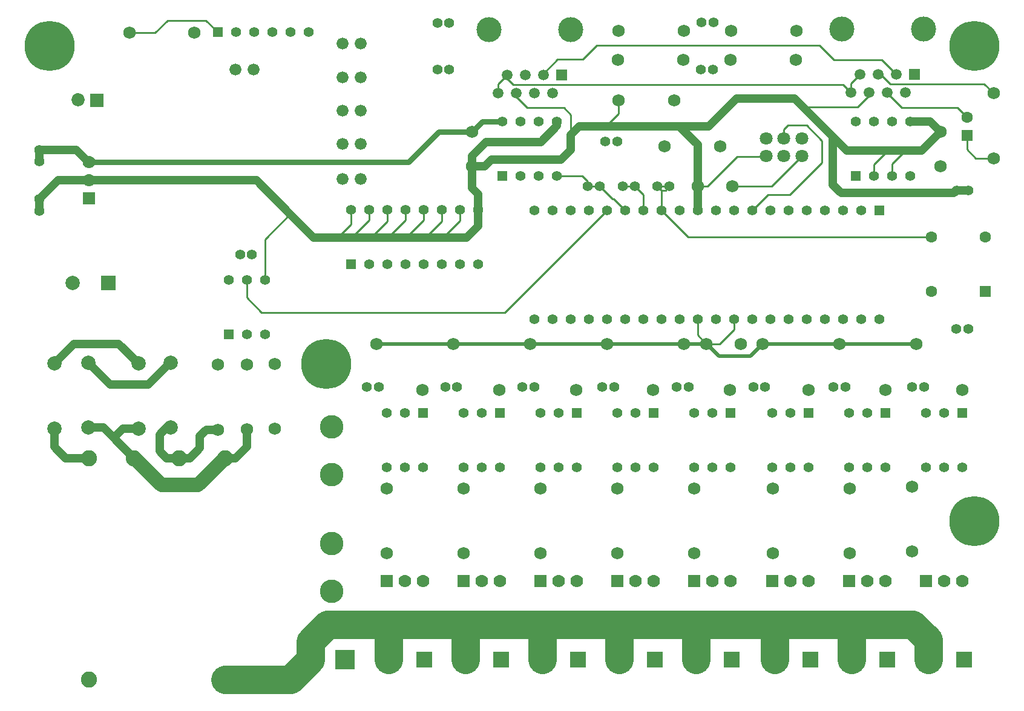
<source format=gbl>
G04 (created by PCBNEW (2013-07-07 BZR 4022)-stable) date 8/1/2015 6:26:25 AM*
%MOIN*%
G04 Gerber Fmt 3.4, Leading zero omitted, Abs format*
%FSLAX34Y34*%
G01*
G70*
G90*
G04 APERTURE LIST*
%ADD10C,0.00590551*%
%ADD11C,0.0688976*%
%ADD12C,0.07*%
%ADD13R,0.07X0.07*%
%ADD14C,0.066*%
%ADD15R,0.055X0.055*%
%ADD16C,0.055*%
%ADD17C,0.129921*%
%ADD18C,0.0885827*%
%ADD19R,0.108268X0.108268*%
%ADD20C,0.108268*%
%ADD21R,0.0885827X0.0885827*%
%ADD22R,0.0787402X0.0787402*%
%ADD23C,0.0787402*%
%ADD24R,0.0728346X0.0728346*%
%ADD25C,0.0728346*%
%ADD26C,0.275591*%
%ADD27R,0.0629921X0.0629921*%
%ADD28C,0.0629921*%
%ADD29C,0.137795*%
%ADD30R,0.0591X0.0591*%
%ADD31C,0.0591*%
%ADD32C,0.0708661*%
%ADD33C,0.01*%
%ADD34C,0.0295276*%
%ADD35C,0.019685*%
%ADD36C,0.0472441*%
%ADD37C,0.0787402*%
%ADD38C,0.15748*%
%ADD39C,0.137795*%
G04 APERTURE END LIST*
G54D10*
G54D11*
X105316Y-51182D03*
X102782Y-48648D03*
X88288Y-51182D03*
X85755Y-48648D03*
X79823Y-51182D03*
X77290Y-48648D03*
X107037Y-34803D03*
X107037Y-38385D03*
G54D12*
X75606Y-61712D03*
X74606Y-61712D03*
G54D13*
X73606Y-61712D03*
G54D12*
X79838Y-61712D03*
X78838Y-61712D03*
G54D13*
X77838Y-61712D03*
G54D12*
X84070Y-61712D03*
X83070Y-61712D03*
G54D13*
X82070Y-61712D03*
G54D12*
X88303Y-61712D03*
X87303Y-61712D03*
G54D13*
X86303Y-61712D03*
G54D12*
X92535Y-61712D03*
X91535Y-61712D03*
G54D13*
X90535Y-61712D03*
G54D12*
X96866Y-61712D03*
X95866Y-61712D03*
G54D13*
X94866Y-61712D03*
G54D12*
X101098Y-61712D03*
X100098Y-61712D03*
G54D13*
X99098Y-61712D03*
G54D12*
X105330Y-61712D03*
X104330Y-61712D03*
G54D13*
X103330Y-61712D03*
G54D14*
X71173Y-32057D03*
X72173Y-32057D03*
X71173Y-39547D03*
X72173Y-39547D03*
X71173Y-37608D03*
X72173Y-37608D03*
X71173Y-35767D03*
X72173Y-35767D03*
X65287Y-33503D03*
X66287Y-33503D03*
X71173Y-33917D03*
X72173Y-33917D03*
G54D15*
X99464Y-39354D03*
G54D16*
X100464Y-39354D03*
X101464Y-39354D03*
X102464Y-39354D03*
X102464Y-36354D03*
X101464Y-36354D03*
X100464Y-36354D03*
X99464Y-36354D03*
G54D15*
X79996Y-39354D03*
G54D16*
X80996Y-39354D03*
X81996Y-39354D03*
X82996Y-39354D03*
X82996Y-36354D03*
X81996Y-36354D03*
X80996Y-36354D03*
X79996Y-36354D03*
G54D15*
X105330Y-52437D03*
G54D16*
X104330Y-52437D03*
X103330Y-52437D03*
X103330Y-55437D03*
X104330Y-55437D03*
X105330Y-55437D03*
G54D15*
X88303Y-52437D03*
G54D16*
X87303Y-52437D03*
X86303Y-52437D03*
X86303Y-55437D03*
X87303Y-55437D03*
X88303Y-55437D03*
G54D15*
X92535Y-52437D03*
G54D16*
X91535Y-52437D03*
X90535Y-52437D03*
X90535Y-55437D03*
X91535Y-55437D03*
X92535Y-55437D03*
G54D15*
X96866Y-52437D03*
G54D16*
X95866Y-52437D03*
X94866Y-52437D03*
X94866Y-55437D03*
X95866Y-55437D03*
X96866Y-55437D03*
G54D15*
X64905Y-48094D03*
G54D16*
X65905Y-48094D03*
X66905Y-48094D03*
X66905Y-45094D03*
X65905Y-45094D03*
X64905Y-45094D03*
G54D15*
X101098Y-52437D03*
G54D16*
X100098Y-52437D03*
X99098Y-52437D03*
X99098Y-55437D03*
X100098Y-55437D03*
X101098Y-55437D03*
G54D15*
X75606Y-52437D03*
G54D16*
X74606Y-52437D03*
X73606Y-52437D03*
X73606Y-55437D03*
X74606Y-55437D03*
X75606Y-55437D03*
G54D15*
X84070Y-52437D03*
G54D16*
X83070Y-52437D03*
X82070Y-52437D03*
X82070Y-55437D03*
X83070Y-55437D03*
X84070Y-55437D03*
G54D15*
X79838Y-52437D03*
G54D16*
X78838Y-52437D03*
X77838Y-52437D03*
X77838Y-55437D03*
X78838Y-55437D03*
X79838Y-55437D03*
G54D15*
X71637Y-44236D03*
G54D16*
X72637Y-44236D03*
X73637Y-44236D03*
X74637Y-44236D03*
X75637Y-44236D03*
X76637Y-44236D03*
X77637Y-44236D03*
X78637Y-44236D03*
X78637Y-41236D03*
X77637Y-41236D03*
X76637Y-41236D03*
X75637Y-41236D03*
X74637Y-41236D03*
X73637Y-41236D03*
X72637Y-41236D03*
X71637Y-41236D03*
G54D11*
X89980Y-31377D03*
X86397Y-31377D03*
X84056Y-51182D03*
X81522Y-48648D03*
X75591Y-51182D03*
X73058Y-48648D03*
X65905Y-53346D03*
X65905Y-49763D03*
X64311Y-53350D03*
X64311Y-49767D03*
X86358Y-32952D03*
X89940Y-32952D03*
X92559Y-32952D03*
X96141Y-32952D03*
X102559Y-60078D03*
X102559Y-56496D03*
X96181Y-31377D03*
X92598Y-31377D03*
X59448Y-31456D03*
X63031Y-31456D03*
X92520Y-51182D03*
X89987Y-48648D03*
X96851Y-51182D03*
X94318Y-48648D03*
X101083Y-51182D03*
X98550Y-48648D03*
X99114Y-60177D03*
X99114Y-56594D03*
X94881Y-60177D03*
X94881Y-56594D03*
X90551Y-60177D03*
X90551Y-56594D03*
X86318Y-60177D03*
X86318Y-56594D03*
X82086Y-60177D03*
X82086Y-56594D03*
X77854Y-60177D03*
X77854Y-56594D03*
X73622Y-60177D03*
X73622Y-56594D03*
X67460Y-49724D03*
X67460Y-53307D03*
G54D15*
X64311Y-31437D03*
G54D16*
X65311Y-31437D03*
X66311Y-31437D03*
X67311Y-31437D03*
X68311Y-31437D03*
X69311Y-31437D03*
G54D17*
X70570Y-62283D03*
X70570Y-59625D03*
X70570Y-55846D03*
X70570Y-53188D03*
G54D18*
X57234Y-67145D03*
X64714Y-67145D03*
X57234Y-54917D03*
X59675Y-54917D03*
X62194Y-54917D03*
X64714Y-54917D03*
G54D19*
X71322Y-66043D03*
G54D20*
X69429Y-66035D03*
G54D21*
X75688Y-66035D03*
G54D18*
X73716Y-66039D03*
G54D21*
X79921Y-66035D03*
G54D18*
X77948Y-66039D03*
G54D21*
X84153Y-66035D03*
G54D18*
X82181Y-66039D03*
G54D21*
X88385Y-66035D03*
G54D18*
X86413Y-66039D03*
G54D21*
X92618Y-66035D03*
G54D18*
X90645Y-66039D03*
G54D21*
X96948Y-66035D03*
G54D18*
X94976Y-66039D03*
G54D21*
X101181Y-66035D03*
G54D18*
X99208Y-66039D03*
G54D21*
X105413Y-66035D03*
G54D18*
X103440Y-66039D03*
G54D22*
X58287Y-45275D03*
G54D23*
X56318Y-45275D03*
G54D24*
X57649Y-35185D03*
G54D25*
X56614Y-35177D03*
G54D26*
X105984Y-58385D03*
X70275Y-49724D03*
X55039Y-32204D03*
X105984Y-32204D03*
G54D11*
X91999Y-37747D03*
X89465Y-35213D03*
X88908Y-37747D03*
X86375Y-35213D03*
G54D16*
X54488Y-37921D03*
X54488Y-38578D03*
X54488Y-41291D03*
X54488Y-40633D03*
X65539Y-43700D03*
X66196Y-43700D03*
X84692Y-39940D03*
X85350Y-39940D03*
X86622Y-39940D03*
X87279Y-39940D03*
X90952Y-30885D03*
X91610Y-30885D03*
X90933Y-33484D03*
X91590Y-33484D03*
X76405Y-30944D03*
X77062Y-30944D03*
X76405Y-33503D03*
X77062Y-33503D03*
X102547Y-51003D03*
X103204Y-51003D03*
G54D23*
X57185Y-49665D03*
X57185Y-53248D03*
X55314Y-53287D03*
X55314Y-49704D03*
X59940Y-53287D03*
X59940Y-49704D03*
X61712Y-49665D03*
X61712Y-53248D03*
G54D16*
X89185Y-39940D03*
X88527Y-39940D03*
X98216Y-51003D03*
X98874Y-51003D03*
X93807Y-51003D03*
X94464Y-51003D03*
X89594Y-51003D03*
X90251Y-51003D03*
X85500Y-51003D03*
X86157Y-51003D03*
X81090Y-51003D03*
X81748Y-51003D03*
X76838Y-51003D03*
X77496Y-51003D03*
X72527Y-51003D03*
X73185Y-51003D03*
X105641Y-47814D03*
X104984Y-47814D03*
X105661Y-40157D03*
X105003Y-40157D03*
G54D27*
X105570Y-37143D03*
G54D28*
X105570Y-36143D03*
G54D12*
X57204Y-39606D03*
X57204Y-38606D03*
G54D13*
X57204Y-40606D03*
G54D29*
X98696Y-31271D03*
X103196Y-31267D03*
G54D30*
X102694Y-33779D03*
G54D31*
X102194Y-34779D03*
X101694Y-33779D03*
X101194Y-34779D03*
X100694Y-33779D03*
X100194Y-34779D03*
X99694Y-33779D03*
X99194Y-34779D03*
G54D29*
X79248Y-31291D03*
X83748Y-31287D03*
G54D30*
X83246Y-33799D03*
G54D31*
X82746Y-34799D03*
X82246Y-33799D03*
X81746Y-34799D03*
X81246Y-33799D03*
X80746Y-34799D03*
X80246Y-33799D03*
X79746Y-34799D03*
G54D15*
X100740Y-41271D03*
G54D16*
X99740Y-41271D03*
X98740Y-41271D03*
X97740Y-41271D03*
X96740Y-41271D03*
X95740Y-41271D03*
X94740Y-41271D03*
X93740Y-41271D03*
X92740Y-41271D03*
X91740Y-41271D03*
X90740Y-41271D03*
X89740Y-41271D03*
X88740Y-41271D03*
X87740Y-41271D03*
X86740Y-41271D03*
X85740Y-41271D03*
X84740Y-41271D03*
X83740Y-41271D03*
X82740Y-41271D03*
X81740Y-41271D03*
X81740Y-47271D03*
X82740Y-47271D03*
X83740Y-47271D03*
X84740Y-47271D03*
X85740Y-47271D03*
X86740Y-47271D03*
X87740Y-47271D03*
X88740Y-47271D03*
X89740Y-47271D03*
X90740Y-47271D03*
X91740Y-47271D03*
X92740Y-47271D03*
X93740Y-47271D03*
X94740Y-47271D03*
X95740Y-47271D03*
X96740Y-47271D03*
X97740Y-47271D03*
X98740Y-47271D03*
X99740Y-47271D03*
X100740Y-47271D03*
G54D11*
X92637Y-39940D03*
X90748Y-39940D03*
X91230Y-48622D03*
X93120Y-48622D03*
X104133Y-38828D03*
X104133Y-36938D03*
X78307Y-36929D03*
X78307Y-38818D03*
G54D27*
X106594Y-45728D03*
G54D28*
X106594Y-42736D03*
X103602Y-45728D03*
X103602Y-42736D03*
G54D16*
X85647Y-37460D03*
X86305Y-37460D03*
G54D32*
X96480Y-37295D03*
X95496Y-37295D03*
X94511Y-37295D03*
X96480Y-38279D03*
X95496Y-38279D03*
X94511Y-38279D03*
G54D33*
X92637Y-39940D02*
X94818Y-39940D01*
X94818Y-39940D02*
X96480Y-38279D01*
G54D34*
X78307Y-36929D02*
X78316Y-36929D01*
X78891Y-36354D02*
X79996Y-36354D01*
X78316Y-36929D02*
X78891Y-36354D01*
X57204Y-38606D02*
X74809Y-38606D01*
X76486Y-36929D02*
X78307Y-36929D01*
X74809Y-38606D02*
X76486Y-36929D01*
G54D35*
X91230Y-48622D02*
X91240Y-48622D01*
X93655Y-49311D02*
X94318Y-48648D01*
X91929Y-49311D02*
X93655Y-49311D01*
X91240Y-48622D02*
X91929Y-49311D01*
X89987Y-48648D02*
X91203Y-48648D01*
X91203Y-48648D02*
X91230Y-48622D01*
G54D33*
X91230Y-48622D02*
X91938Y-48622D01*
X91938Y-48622D02*
X92740Y-47820D01*
X92740Y-47820D02*
X92740Y-47271D01*
X90740Y-47271D02*
X90740Y-48131D01*
X90740Y-48131D02*
X91230Y-48622D01*
X59448Y-31456D02*
X60866Y-31456D01*
X63661Y-30787D02*
X64311Y-31437D01*
X61535Y-30787D02*
X63661Y-30787D01*
X60866Y-31456D02*
X61535Y-30787D01*
G54D35*
X77290Y-48648D02*
X81522Y-48648D01*
X81522Y-48648D02*
X85755Y-48648D01*
X85755Y-48648D02*
X89987Y-48648D01*
X94318Y-48648D02*
X98550Y-48648D01*
X98550Y-48648D02*
X102782Y-48648D01*
X73058Y-48648D02*
X77290Y-48648D01*
G54D36*
X57204Y-38606D02*
X57188Y-38606D01*
X57188Y-38606D02*
X56503Y-37921D01*
X56503Y-37921D02*
X54488Y-37921D01*
X54488Y-37921D02*
X54488Y-38578D01*
G54D33*
X90748Y-39940D02*
X91279Y-39940D01*
X91279Y-39940D02*
X92913Y-38307D01*
X92913Y-38307D02*
X94468Y-38307D01*
G54D36*
X82996Y-36354D02*
X82996Y-36610D01*
X78307Y-38267D02*
X78307Y-38818D01*
X79084Y-37490D02*
X78307Y-38267D01*
X82116Y-37490D02*
X79084Y-37490D01*
X82996Y-36610D02*
X82116Y-37490D01*
X78307Y-38818D02*
X79015Y-38818D01*
X79015Y-38818D02*
X79370Y-38464D01*
X79370Y-38464D02*
X83218Y-38464D01*
X83218Y-38464D02*
X83759Y-37923D01*
X83759Y-37923D02*
X83759Y-37106D01*
X89320Y-36633D02*
X89734Y-36633D01*
X90748Y-37647D02*
X90748Y-39940D01*
X89734Y-36633D02*
X90748Y-37647D01*
X90748Y-39940D02*
X90740Y-39948D01*
X90740Y-39948D02*
X90740Y-41271D01*
X78637Y-41236D02*
X78637Y-40379D01*
X78637Y-40379D02*
X78307Y-40049D01*
X78307Y-40049D02*
X78307Y-38818D01*
X102464Y-36354D02*
X103549Y-36354D01*
X103549Y-36354D02*
X104133Y-36938D01*
X102185Y-37972D02*
X103100Y-37972D01*
X103100Y-37972D02*
X104133Y-36938D01*
G54D33*
X86375Y-35213D02*
X86375Y-35947D01*
X86375Y-35947D02*
X85688Y-36633D01*
G54D36*
X76712Y-42755D02*
X78031Y-42755D01*
X78637Y-42149D02*
X78637Y-41236D01*
X78031Y-42755D02*
X78637Y-42149D01*
X90019Y-36633D02*
X89320Y-36633D01*
X89320Y-36633D02*
X85688Y-36633D01*
X85688Y-36633D02*
X84232Y-36633D01*
X84232Y-36633D02*
X83759Y-37106D01*
X98198Y-37214D02*
X98198Y-39852D01*
X104846Y-40314D02*
X105003Y-40157D01*
X98661Y-40314D02*
X104846Y-40314D01*
X98198Y-39852D02*
X98661Y-40314D01*
G54D33*
X100194Y-34779D02*
X100194Y-34942D01*
X99566Y-35570D02*
X96555Y-35570D01*
X100194Y-34942D02*
X99566Y-35570D01*
G54D36*
X98956Y-37972D02*
X101220Y-37972D01*
X96082Y-35098D02*
X96555Y-35570D01*
X96555Y-35570D02*
X98198Y-37214D01*
X98198Y-37214D02*
X98956Y-37972D01*
X92874Y-35098D02*
X93740Y-35098D01*
X93740Y-35098D02*
X94950Y-35098D01*
X91338Y-36633D02*
X92874Y-35098D01*
X90019Y-36633D02*
X91338Y-36633D01*
X94950Y-35098D02*
X96082Y-35098D01*
G54D33*
X80746Y-34799D02*
X80746Y-34998D01*
X83759Y-35984D02*
X83759Y-37106D01*
X83385Y-35610D02*
X83759Y-35984D01*
X81358Y-35610D02*
X83385Y-35610D01*
X80746Y-34998D02*
X81358Y-35610D01*
X101464Y-39354D02*
X101464Y-38692D01*
X101464Y-38692D02*
X102185Y-37972D01*
X100464Y-39354D02*
X100464Y-38728D01*
X100464Y-38728D02*
X101220Y-37972D01*
X66905Y-45094D02*
X66905Y-42858D01*
X66905Y-42858D02*
X68297Y-41466D01*
X77637Y-41236D02*
X77637Y-41830D01*
X77637Y-41830D02*
X76712Y-42755D01*
X76637Y-41236D02*
X76637Y-41866D01*
X76637Y-41866D02*
X75748Y-42755D01*
X75637Y-41236D02*
X75637Y-41803D01*
X75637Y-41803D02*
X74685Y-42755D01*
X74637Y-41236D02*
X74637Y-41799D01*
X74637Y-41799D02*
X73681Y-42755D01*
X73637Y-41236D02*
X73637Y-41874D01*
X73637Y-41874D02*
X72755Y-42755D01*
X72637Y-41236D02*
X72637Y-41811D01*
X72637Y-41811D02*
X71692Y-42755D01*
X71637Y-41236D02*
X71637Y-42023D01*
X71637Y-42023D02*
X70905Y-42755D01*
G54D36*
X105003Y-40157D02*
X105661Y-40157D01*
X57204Y-39606D02*
X66259Y-39606D01*
X66259Y-39606D02*
X66437Y-39606D01*
X66437Y-39606D02*
X68297Y-41466D01*
X68297Y-41466D02*
X69586Y-42755D01*
X69586Y-42755D02*
X70905Y-42755D01*
X101220Y-37972D02*
X101791Y-37972D01*
X101791Y-37972D02*
X102185Y-37972D01*
X71692Y-42755D02*
X72755Y-42755D01*
X72755Y-42755D02*
X73681Y-42755D01*
X73681Y-42755D02*
X74685Y-42755D01*
X74685Y-42755D02*
X75748Y-42755D01*
X75748Y-42755D02*
X76712Y-42755D01*
X70905Y-42755D02*
X71692Y-42755D01*
X57185Y-49665D02*
X58385Y-50866D01*
X61692Y-49665D02*
X61712Y-49665D01*
X60492Y-50866D02*
X61692Y-49665D01*
X58385Y-50866D02*
X60492Y-50866D01*
X57204Y-39606D02*
X55515Y-39606D01*
X55515Y-39606D02*
X54488Y-40633D01*
X54488Y-40633D02*
X54488Y-41291D01*
X64714Y-54917D02*
X65279Y-54917D01*
X65905Y-54291D02*
X65905Y-53346D01*
X65279Y-54917D02*
X65905Y-54291D01*
X59940Y-53287D02*
X59094Y-53287D01*
X59094Y-53287D02*
X58569Y-53812D01*
X57185Y-53248D02*
X58005Y-53248D01*
X58005Y-53248D02*
X58569Y-53812D01*
X58569Y-53812D02*
X59675Y-54917D01*
G54D37*
X59675Y-54917D02*
X59730Y-54917D01*
X59730Y-54917D02*
X61210Y-56397D01*
X61210Y-56397D02*
X63234Y-56397D01*
X63234Y-56397D02*
X64714Y-54917D01*
G54D36*
X55314Y-53287D02*
X55314Y-54311D01*
X55921Y-54917D02*
X57234Y-54917D01*
X55314Y-54311D02*
X55921Y-54917D01*
X62194Y-54917D02*
X62779Y-54917D01*
X63677Y-53350D02*
X64311Y-53350D01*
X63326Y-53700D02*
X63677Y-53350D01*
X63326Y-54370D02*
X63326Y-53700D01*
X62779Y-54917D02*
X63326Y-54370D01*
X61712Y-53248D02*
X61476Y-53248D01*
X61472Y-54917D02*
X62194Y-54917D01*
X61102Y-54547D02*
X61472Y-54917D01*
X61102Y-53622D02*
X61102Y-54547D01*
X61476Y-53248D02*
X61102Y-53622D01*
G54D33*
X65905Y-45094D02*
X65905Y-46062D01*
X80122Y-46889D02*
X85740Y-41271D01*
X66732Y-46889D02*
X80122Y-46889D01*
X65905Y-46062D02*
X66732Y-46889D01*
X105570Y-37143D02*
X105570Y-37903D01*
X106053Y-38385D02*
X107037Y-38385D01*
X105570Y-37903D02*
X106053Y-38385D01*
G54D38*
X64714Y-67145D02*
X68318Y-67145D01*
X68318Y-67145D02*
X69429Y-66035D01*
X69429Y-66035D02*
X69429Y-65019D01*
X69429Y-65019D02*
X70364Y-64084D01*
X70364Y-64084D02*
X73716Y-64084D01*
X103440Y-66039D02*
X103440Y-64937D01*
X102588Y-64084D02*
X101643Y-64084D01*
X103440Y-64937D02*
X102588Y-64084D01*
X98887Y-64084D02*
X101643Y-64084D01*
G54D39*
X101643Y-64084D02*
X101673Y-64114D01*
G54D38*
X99208Y-66039D02*
X99208Y-64405D01*
G54D37*
X99208Y-64405D02*
X98887Y-64084D01*
G54D38*
X94976Y-66039D02*
X94976Y-64375D01*
G54D37*
X94976Y-64375D02*
X94685Y-64084D01*
G54D38*
X90645Y-66039D02*
X90645Y-64265D01*
G54D37*
X90645Y-64265D02*
X90826Y-64084D01*
G54D38*
X86413Y-66039D02*
X86413Y-64147D01*
G54D37*
X86413Y-64147D02*
X86476Y-64084D01*
G54D38*
X82181Y-66039D02*
X82181Y-64238D01*
G54D37*
X82145Y-64183D02*
X82145Y-64084D01*
X82047Y-64084D02*
X82145Y-64183D01*
X82027Y-64084D02*
X82047Y-64084D01*
X82181Y-64238D02*
X82027Y-64084D01*
G54D38*
X77948Y-66039D02*
X77948Y-64307D01*
X77948Y-64307D02*
X77726Y-64084D01*
X73716Y-66039D02*
X73716Y-64084D01*
X73716Y-64084D02*
X73622Y-64084D01*
X73622Y-64084D02*
X77726Y-64084D01*
X77726Y-64084D02*
X82145Y-64084D01*
X82145Y-64084D02*
X86476Y-64084D01*
X86476Y-64084D02*
X90826Y-64084D01*
X90826Y-64084D02*
X94685Y-64084D01*
X94685Y-64084D02*
X98887Y-64084D01*
G54D36*
X55314Y-49704D02*
X56397Y-48622D01*
X58858Y-48622D02*
X59940Y-49704D01*
X56397Y-48622D02*
X58858Y-48622D01*
G54D33*
X103602Y-42736D02*
X90204Y-42736D01*
X90204Y-42736D02*
X88740Y-41271D01*
X88740Y-41271D02*
X88740Y-40153D01*
X88740Y-40153D02*
X88527Y-39940D01*
X88527Y-39940D02*
X89185Y-39940D01*
X89185Y-39940D02*
X88968Y-40157D01*
X88968Y-40157D02*
X88740Y-40157D01*
X100694Y-33779D02*
X100826Y-33779D01*
X106525Y-34291D02*
X107037Y-34803D01*
X101338Y-34291D02*
X106525Y-34291D01*
X100826Y-33779D02*
X101338Y-34291D01*
X82996Y-39354D02*
X84374Y-39354D01*
X84692Y-39673D02*
X84692Y-39940D01*
X84374Y-39354D02*
X84692Y-39673D01*
X84692Y-39940D02*
X85350Y-39940D01*
X85350Y-39940D02*
X86059Y-40649D01*
X86059Y-40649D02*
X86118Y-40649D01*
X86118Y-40649D02*
X86740Y-41271D01*
X86622Y-39940D02*
X87279Y-39940D01*
X87279Y-39940D02*
X87740Y-40401D01*
X87740Y-40401D02*
X87740Y-41271D01*
X101194Y-34779D02*
X101194Y-34807D01*
X105037Y-35610D02*
X105570Y-36143D01*
X101998Y-35610D02*
X105037Y-35610D01*
X101194Y-34807D02*
X101998Y-35610D01*
X93740Y-41271D02*
X93740Y-41251D01*
X95496Y-36811D02*
X95496Y-37295D01*
X95728Y-36578D02*
X95496Y-36811D01*
X96736Y-36578D02*
X95728Y-36578D01*
X97578Y-37421D02*
X96736Y-36578D01*
X97578Y-38622D02*
X97578Y-37421D01*
X95811Y-40389D02*
X97578Y-38622D01*
X94602Y-40389D02*
X95811Y-40389D01*
X93740Y-41251D02*
X94602Y-40389D01*
X82246Y-33799D02*
X82246Y-33718D01*
X100887Y-32972D02*
X101694Y-33779D01*
X98267Y-32972D02*
X100887Y-32972D01*
X97460Y-32165D02*
X98267Y-32972D01*
X85196Y-32165D02*
X97460Y-32165D01*
X84429Y-32933D02*
X85196Y-32165D01*
X83031Y-32933D02*
X84429Y-32933D01*
X82246Y-33718D02*
X83031Y-32933D01*
X80246Y-33799D02*
X80246Y-33986D01*
X98746Y-34330D02*
X99194Y-34779D01*
X80590Y-34330D02*
X98746Y-34330D01*
X80246Y-33986D02*
X80590Y-34330D01*
X79746Y-34799D02*
X79746Y-34299D01*
X79746Y-34299D02*
X80246Y-33799D01*
X99194Y-34779D02*
X99194Y-34279D01*
X99194Y-34279D02*
X99694Y-33779D01*
M02*

</source>
